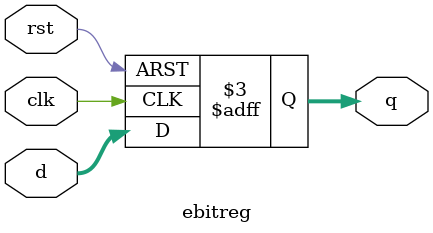
<source format=v>
module ebitreg(rst, clk, d, q);
input rst, clk;
input [7:0] d;
output reg [7:0] q;

always@(negedge rst, posedge clk)
begin
if(!rst) q = 0;
else q <= d;
end

endmodule

</source>
